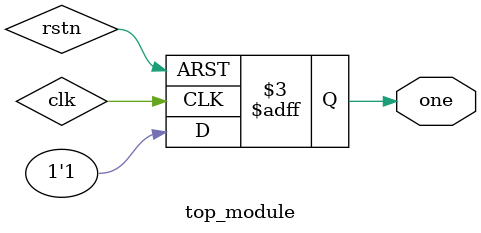
<source format=sv>
module top_module(
    output reg one
    );
  
  always @(posedge clk or negedge rstn) begin
    if(~rstn) begin
      one <= 1'b0;
    end else begin
      one <= 1'b1;
    end
  end
  
endmodule

</source>
